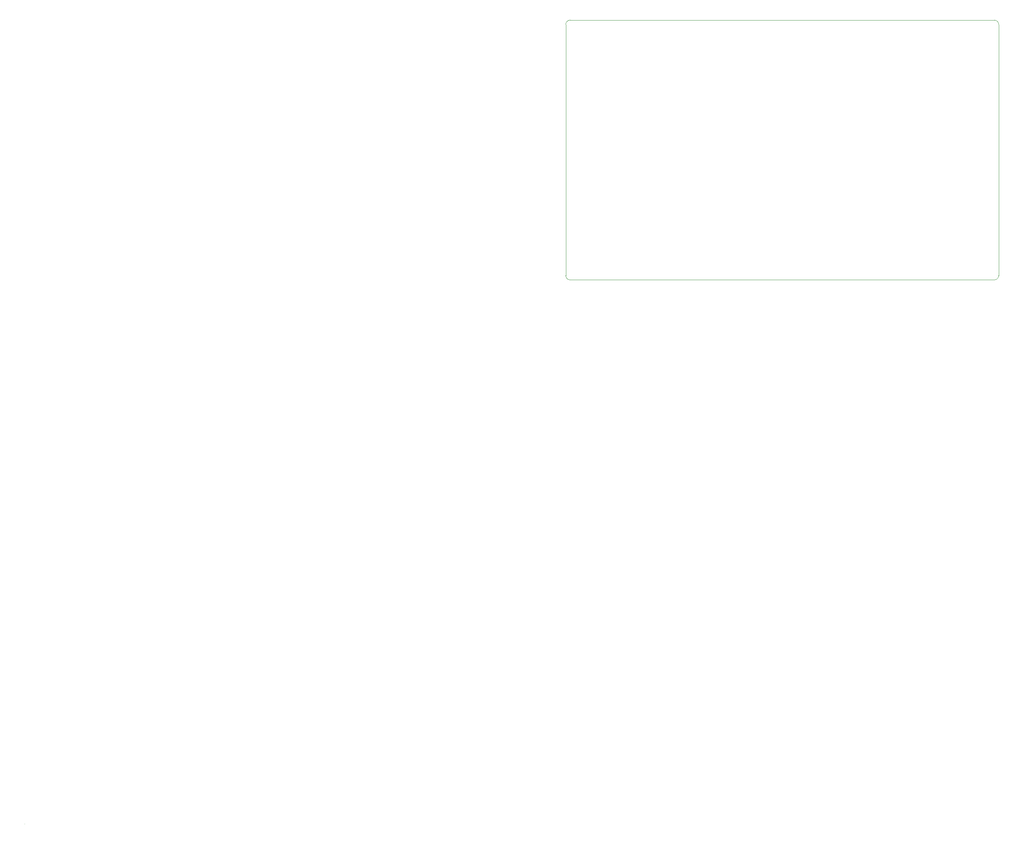
<source format=gbr>
G04 #@! TF.GenerationSoftware,KiCad,Pcbnew,(6.0.0-rc1-255-gd64ae52042)*
G04 #@! TF.CreationDate,2021-12-16T13:03:02+13:00*
G04 #@! TF.ProjectId,main_board,6d61696e-5f62-46f6-9172-642e6b696361,rev?*
G04 #@! TF.SameCoordinates,Original*
G04 #@! TF.FileFunction,Profile,NP*
%FSLAX46Y46*%
G04 Gerber Fmt 4.6, Leading zero omitted, Abs format (unit mm)*
G04 Created by KiCad (PCBNEW (6.0.0-rc1-255-gd64ae52042)) date 2021-12-16 13:03:02*
%MOMM*%
%LPD*%
G01*
G04 APERTURE LIST*
G04 #@! TA.AperFunction,Profile*
%ADD10C,0.050000*%
G04 #@! TD*
G04 APERTURE END LIST*
D10*
X186949196Y-113233599D02*
X186949200Y-113233599D01*
X87949200Y-54233601D02*
G75*
G03*
X86949200Y-55233601I-1J-999999D01*
G01*
X-38087400Y-239829400D02*
X-38087400Y-239829400D01*
X185949200Y-54233601D02*
X87949200Y-54233601D01*
X-38087400Y-239829400D02*
X-38087400Y-239829400D01*
X-38087400Y-239829400D02*
X-38087400Y-239829400D01*
X86949195Y-113233599D02*
G75*
G03*
X87949195Y-114233599I999999J-1D01*
G01*
X-38087400Y-239829400D02*
X-38087400Y-239829400D01*
X185949195Y-114233599D02*
G75*
G03*
X186949195Y-113233599I1J999999D01*
G01*
X86949200Y-55233601D02*
X86949197Y-55233601D01*
X186949200Y-113233599D02*
X186949200Y-55233601D01*
X86949197Y-55233601D02*
X86949195Y-113233599D01*
X86949195Y-113233599D02*
X86949195Y-113233599D01*
X186949200Y-55233601D02*
G75*
G03*
X185949200Y-54233601I-999999J1D01*
G01*
X87949195Y-114233600D02*
X185949195Y-114233599D01*
M02*

</source>
